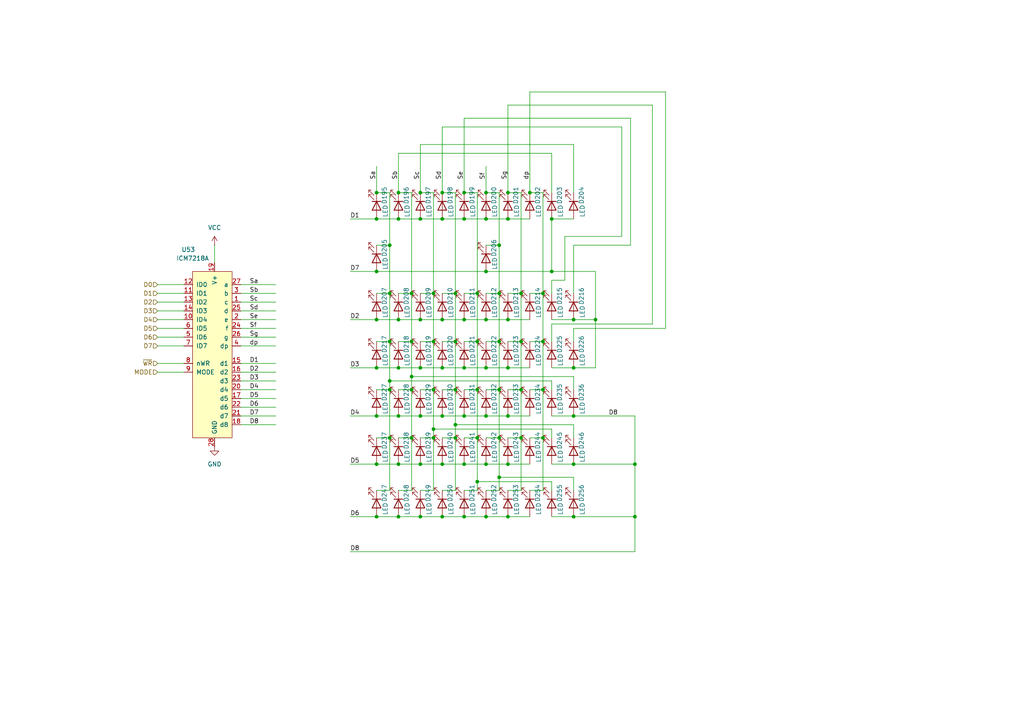
<source format=kicad_sch>
(kicad_sch (version 20250114) (generator "eeschema") (generator_version "9.0")
  (paper "A4")
  (lib_symbols
    (symbol "Device:LED" (pin_numbers (hide yes)) (pin_names (offset 1.016) (hide yes))
      (property "Reference" "D" (at 0 2.54 0))
      (property "Value" "LED" (at 0 -2.54 0))
      (symbol "LED_0_1"
        (polyline (pts (xy -3.048 -0.762) (xy -4.572 -2.286) (xy -3.81 -2.286) (xy -4.572 -2.286) (xy -4.572 -1.524)))
        (polyline (pts (xy -1.778 -0.762) (xy -3.302 -2.286) (xy -2.54 -2.286) (xy -3.302 -2.286) (xy -3.302 -1.524)))
        (polyline (pts (xy -1.27 0) (xy 1.27 0)))
        (polyline (pts (xy -1.27 -1.27) (xy -1.27 1.27)) (stroke (width 0.254)))
        (polyline (pts (xy 1.27 -1.27) (xy 1.27 1.27) (xy -1.27 0) (xy 1.27 -1.27)) (stroke (width 0.254)))
      )
      (symbol "LED_1_1"
        (pin passive line (at -3.81 0 0) (length 2.54) (name "K") (number "1"))
        (pin passive line (at 3.81 0 180) (length 2.54) (name "A") (number "2"))
      )
    )
    (symbol "ICM7218A:ICM7218A" (pin_names (offset 1.016))
      (property "Reference" "U" (at 5.08 2.54 0))
      (property "Value" "ICM7218A" (at 8.89 5.08 0))
      (symbol "ICM7218A_0_1"
        (rectangle (start -6.35 0) (end 5.08 -48.26) (fill (type background)))
      )
      (symbol "ICM7218A_1_1"
        (pin input line (at -8.89 -3.81 0) (length 2.54) (name "ID0") (number "12"))
        (pin input line (at -8.89 -6.35 0) (length 2.54) (name "ID1") (number "11"))
        (pin input line (at -8.89 -8.89 0) (length 2.54) (name "ID2") (number "13"))
        (pin input line (at -8.89 -11.43 0) (length 2.54) (name "ID3") (number "14"))
        (pin input line (at -8.89 -13.97 0) (length 2.54) (name "ID4") (number "10"))
        (pin input line (at -8.89 -16.51 0) (length 2.54) (name "ID5") (number "6"))
        (pin input line (at -8.89 -19.05 0) (length 2.54) (name "ID6") (number "5"))
        (pin input line (at -8.89 -21.59 0) (length 2.54) (name "ID7") (number "7"))
        (pin input line (at -8.89 -26.67 0) (length 2.54) (name "nWR") (number "8"))
        (pin input line (at -8.89 -29.21 0) (length 2.54) (name "MODE") (number "9"))
        (pin input line (at 0 2.54 270) (length 2.54) (name "V+") (number "19"))
        (pin input line (at 0 -50.8 90) (length 2.54) (name "GND") (number "28"))
        (pin input line (at 7.62 -3.81 180) (length 2.54) (name "a") (number "27"))
        (pin input line (at 7.62 -6.35 180) (length 2.54) (name "b") (number "3"))
        (pin input line (at 7.62 -8.89 180) (length 2.54) (name "c") (number "1"))
        (pin input line (at 7.62 -11.43 180) (length 2.54) (name "d") (number "25"))
        (pin input line (at 7.62 -13.97 180) (length 2.54) (name "e") (number "2"))
        (pin input line (at 7.62 -16.51 180) (length 2.54) (name "f") (number "24"))
        (pin input line (at 7.62 -19.05 180) (length 2.54) (name "g") (number "26"))
        (pin input line (at 7.62 -21.59 180) (length 2.54) (name "dp") (number "4"))
        (pin input line (at 7.62 -26.67 180) (length 2.54) (name "d1") (number "15"))
        (pin input line (at 7.62 -29.21 180) (length 2.54) (name "d2") (number "16"))
        (pin input line (at 7.62 -31.75 180) (length 2.54) (name "d3") (number "23"))
        (pin input line (at 7.62 -34.29 180) (length 2.54) (name "d4") (number "20"))
        (pin input line (at 7.62 -36.83 180) (length 2.54) (name "d5") (number "17"))
        (pin input line (at 7.62 -39.37 180) (length 2.54) (name "d6") (number "22"))
        (pin input line (at 7.62 -41.91 180) (length 2.54) (name "d7") (number "21"))
        (pin input line (at 7.62 -44.45 180) (length 2.54) (name "d8") (number "18"))
      )
    )
    (symbol "power:GND" (power) (pin_numbers (hide yes)) (pin_names (offset 0) (hide yes))
      (property "Value" "GND" (at 0 -3.81 0))
      (symbol "GND_0_1"
        (polyline (pts (xy 0 0) (xy 0 -1.27) (xy 1.27 -1.27) (xy 0 -2.54) (xy -1.27 -1.27) (xy 0 -1.27)))
      )
      (symbol "GND_1_1"
        (pin power_in line (at 0 0 270) (length 0) (name "~") (number "1"))
      )
    )
    (symbol "power:VCC" (power) (pin_numbers (hide yes)) (pin_names (offset 0) (hide yes))
      (property "Value" "VCC" (at 0 3.556 0))
      (symbol "VCC_0_1"
        (polyline (pts (xy -0.762 1.27) (xy 0 2.54)))
        (polyline (pts (xy 0 2.54) (xy 0.762 1.27)))
        (polyline (pts (xy 0 0) (xy 0 2.54)))
      )
      (symbol "VCC_1_1"
        (pin power_in line (at 0 0 90) (length 0) (name "~") (number "1"))
      )
    )
  )
  (junction (at 109.22 92.71))
  (junction (at 132.08 99.06))
  (junction (at 144.78 127))
  (junction (at 115.57 149.86))
  (junction (at 125.73 113.03))
  (junction (at 115.57 92.71))
  (junction (at 115.57 55.88))
  (junction (at 121.92 134.62))
  (junction (at 119.38 109.22))
  (junction (at 113.03 85.09))
  (junction (at 109.22 63.5))
  (junction (at 109.22 55.88))
  (junction (at 132.08 123.19))
  (junction (at 144.78 138.43))
  (junction (at 115.57 134.62))
  (junction (at 121.92 63.5))
  (junction (at 115.57 106.68))
  (junction (at 128.27 55.88))
  (junction (at 151.13 113.03))
  (junction (at 140.97 149.86))
  (junction (at 147.32 55.88))
  (junction (at 160.02 63.5))
  (junction (at 134.62 92.71))
  (junction (at 113.03 110.49))
  (junction (at 160.02 78.74))
  (junction (at 109.22 134.62))
  (junction (at 113.03 127))
  (junction (at 109.22 106.68))
  (junction (at 121.92 120.65))
  (junction (at 140.97 120.65))
  (junction (at 119.38 113.03))
  (junction (at 144.78 113.03))
  (junction (at 184.15 149.86))
  (junction (at 134.62 134.62))
  (junction (at 134.62 55.88))
  (junction (at 184.15 134.62))
  (junction (at 125.73 124.46))
  (junction (at 151.13 99.06))
  (junction (at 166.37 120.65))
  (junction (at 134.62 120.65))
  (junction (at 166.37 134.62))
  (junction (at 157.48 113.03))
  (junction (at 138.43 139.7))
  (junction (at 115.57 120.65))
  (junction (at 157.48 99.06))
  (junction (at 147.32 120.65))
  (junction (at 140.97 134.62))
  (junction (at 132.08 85.09))
  (junction (at 138.43 127))
  (junction (at 144.78 85.09))
  (junction (at 166.37 106.68))
  (junction (at 109.22 149.86))
  (junction (at 125.73 85.09))
  (junction (at 147.32 63.5))
  (junction (at 138.43 99.06))
  (junction (at 109.22 78.74))
  (junction (at 132.08 113.03))
  (junction (at 138.43 85.09))
  (junction (at 147.32 149.86))
  (junction (at 113.03 113.03))
  (junction (at 140.97 92.71))
  (junction (at 134.62 106.68))
  (junction (at 157.48 85.09))
  (junction (at 121.92 149.86))
  (junction (at 132.08 127))
  (junction (at 140.97 55.88))
  (junction (at 147.32 134.62))
  (junction (at 138.43 113.03))
  (junction (at 140.97 106.68))
  (junction (at 166.37 149.86))
  (junction (at 151.13 85.09))
  (junction (at 134.62 149.86))
  (junction (at 128.27 106.68))
  (junction (at 128.27 149.86))
  (junction (at 172.72 92.71))
  (junction (at 128.27 63.5))
  (junction (at 125.73 127))
  (junction (at 166.37 92.71))
  (junction (at 151.13 127))
  (junction (at 121.92 106.68))
  (junction (at 121.92 92.71))
  (junction (at 144.78 99.06))
  (junction (at 134.62 63.5))
  (junction (at 115.57 63.5))
  (junction (at 119.38 99.06))
  (junction (at 113.03 99.06))
  (junction (at 109.22 120.65))
  (junction (at 119.38 127))
  (junction (at 144.78 71.12))
  (junction (at 157.48 127))
  (junction (at 125.73 99.06))
  (junction (at 147.32 106.68))
  (junction (at 128.27 120.65))
  (junction (at 119.38 85.09))
  (junction (at 140.97 63.5))
  (junction (at 128.27 134.62))
  (junction (at 153.67 55.88))
  (junction (at 121.92 55.88))
  (junction (at 140.97 78.74))
  (junction (at 147.32 92.71))
  (junction (at 113.03 71.12))
  (junction (at 128.27 92.71))
  (wire (pts (xy 153.67 26.67) (xy 153.67 55.88)))
  (wire (pts (xy 151.13 127) (xy 151.13 142.24)))
  (wire (pts (xy 138.43 142.24) (xy 134.62 142.24)))
  (wire (pts (xy 113.03 142.24) (xy 109.22 142.24)))
  (wire (pts (xy 140.97 106.68) (xy 147.32 106.68)))
  (wire (pts (xy 157.48 85.09) (xy 157.48 99.06)))
  (wire (pts (xy 160.02 120.65) (xy 166.37 120.65)))
  (wire (pts (xy 125.73 127) (xy 121.92 127)))
  (wire (pts (xy 134.62 149.86) (xy 140.97 149.86)))
  (wire (pts (xy 157.48 127) (xy 153.67 127)))
  (wire (pts (xy 128.27 106.68) (xy 134.62 106.68)))
  (wire (pts (xy 138.43 99.06) (xy 138.43 113.03)))
  (wire (pts (xy 113.03 99.06) (xy 109.22 99.06)))
  (wire (pts (xy 160.02 142.24) (xy 160.02 139.7)))
  (wire (pts (xy 132.08 85.09) (xy 128.27 85.09)))
  (wire (pts (xy 138.43 113.03) (xy 138.43 127)))
  (wire (pts (xy 132.08 55.88) (xy 132.08 85.09)))
  (wire (pts (xy 144.78 113.03) (xy 144.78 127)))
  (wire (pts (xy 193.04 95.25) (xy 193.04 26.67)))
  (wire (pts (xy 144.78 71.12) (xy 140.97 71.12)))
  (wire (pts (xy 113.03 113.03) (xy 113.03 127)))
  (wire (pts (xy 125.73 85.09) (xy 121.92 85.09)))
  (wire (pts (xy 166.37 95.25) (xy 193.04 95.25)))
  (wire (pts (xy 69.85 110.49) (xy 80.01 110.49)))
  (wire (pts (xy 121.92 55.88) (xy 125.73 55.88)))
  (wire (pts (xy 144.78 127) (xy 144.78 138.43)))
  (wire (pts (xy 125.73 113.03) (xy 121.92 113.03)))
  (wire (pts (xy 160.02 149.86) (xy 166.37 149.86)))
  (wire (pts (xy 101.6 92.71) (xy 109.22 92.71)))
  (wire (pts (xy 101.6 160.02) (xy 184.15 160.02)))
  (wire (pts (xy 151.13 85.09) (xy 147.32 85.09)))
  (wire (pts (xy 132.08 123.19) (xy 166.37 123.19)))
  (wire (pts (xy 160.02 78.74) (xy 140.97 78.74)))
  (wire (pts (xy 151.13 55.88) (xy 151.13 85.09)))
  (wire (pts (xy 113.03 85.09) (xy 109.22 85.09)))
  (wire (pts (xy 140.97 134.62) (xy 147.32 134.62)))
  (wire (pts (xy 121.92 149.86) (xy 128.27 149.86)))
  (wire (pts (xy 45.72 85.09) (xy 53.34 85.09)))
  (wire (pts (xy 151.13 113.03) (xy 147.32 113.03)))
  (wire (pts (xy 166.37 113.03) (xy 166.37 109.22)))
  (wire (pts (xy 160.02 110.49) (xy 113.03 110.49)))
  (wire (pts (xy 166.37 106.68) (xy 172.72 106.68)))
  (wire (pts (xy 147.32 106.68) (xy 153.67 106.68)))
  (wire (pts (xy 113.03 127) (xy 113.03 142.24)))
  (wire (pts (xy 121.92 63.5) (xy 128.27 63.5)))
  (wire (pts (xy 132.08 113.03) (xy 132.08 123.19)))
  (wire (pts (xy 69.85 107.95) (xy 80.01 107.95)))
  (wire (pts (xy 119.38 109.22) (xy 119.38 113.03)))
  (wire (pts (xy 119.38 113.03) (xy 115.57 113.03)))
  (wire (pts (xy 101.6 63.5) (xy 109.22 63.5)))
  (wire (pts (xy 163.83 81.28) (xy 163.83 68.58)))
  (wire (pts (xy 172.72 92.71) (xy 172.72 78.74)))
  (wire (pts (xy 69.85 82.55) (xy 80.01 82.55)))
  (wire (pts (xy 160.02 93.98) (xy 189.23 93.98)))
  (wire (pts (xy 144.78 127) (xy 140.97 127)))
  (wire (pts (xy 45.72 82.55) (xy 53.34 82.55)))
  (wire (pts (xy 69.85 105.41) (xy 80.01 105.41)))
  (wire (pts (xy 109.22 120.65) (xy 115.57 120.65)))
  (wire (pts (xy 115.57 55.88) (xy 119.38 55.88)))
  (wire (pts (xy 125.73 55.88) (xy 125.73 85.09)))
  (wire (pts (xy 140.97 63.5) (xy 147.32 63.5)))
  (wire (pts (xy 101.6 120.65) (xy 109.22 120.65)))
  (wire (pts (xy 134.62 134.62) (xy 140.97 134.62)))
  (wire (pts (xy 101.6 149.86) (xy 109.22 149.86)))
  (wire (pts (xy 144.78 55.88) (xy 144.78 71.12)))
  (wire (pts (xy 128.27 55.88) (xy 132.08 55.88)))
  (wire (pts (xy 69.85 100.33) (xy 80.01 100.33)))
  (wire (pts (xy 147.32 55.88) (xy 151.13 55.88)))
  (wire (pts (xy 140.97 92.71) (xy 147.32 92.71)))
  (wire (pts (xy 180.34 68.58) (xy 180.34 36.83)))
  (wire (pts (xy 160.02 44.45) (xy 115.57 44.45)))
  (wire (pts (xy 113.03 55.88) (xy 113.03 71.12)))
  (wire (pts (xy 147.32 30.48) (xy 147.32 55.88)))
  (wire (pts (xy 166.37 55.88) (xy 166.37 41.91)))
  (wire (pts (xy 182.88 71.12) (xy 182.88 34.29)))
  (wire (pts (xy 128.27 92.71) (xy 134.62 92.71)))
  (wire (pts (xy 132.08 127) (xy 132.08 142.24)))
  (wire (pts (xy 160.02 134.62) (xy 166.37 134.62)))
  (wire (pts (xy 128.27 149.86) (xy 134.62 149.86)))
  (wire (pts (xy 144.78 85.09) (xy 140.97 85.09)))
  (wire (pts (xy 113.03 127) (xy 109.22 127)))
  (wire (pts (xy 160.02 63.5) (xy 166.37 63.5)))
  (wire (pts (xy 45.72 90.17) (xy 53.34 90.17)))
  (wire (pts (xy 128.27 63.5) (xy 134.62 63.5)))
  (wire (pts (xy 132.08 99.06) (xy 128.27 99.06)))
  (wire (pts (xy 138.43 85.09) (xy 138.43 99.06)))
  (wire (pts (xy 132.08 127) (xy 128.27 127)))
  (wire (pts (xy 119.38 113.03) (xy 119.38 127)))
  (wire (pts (xy 160.02 106.68) (xy 166.37 106.68)))
  (wire (pts (xy 163.83 68.58) (xy 180.34 68.58)))
  (wire (pts (xy 113.03 71.12) (xy 113.03 85.09)))
  (wire (pts (xy 45.72 95.25) (xy 53.34 95.25)))
  (wire (pts (xy 45.72 97.79) (xy 53.34 97.79)))
  (wire (pts (xy 134.62 92.71) (xy 140.97 92.71)))
  (wire (pts (xy 166.37 99.06) (xy 166.37 95.25)))
  (wire (pts (xy 140.97 48.26) (xy 140.97 55.88)))
  (wire (pts (xy 144.78 85.09) (xy 144.78 99.06)))
  (wire (pts (xy 144.78 138.43) (xy 144.78 142.24)))
  (wire (pts (xy 121.92 120.65) (xy 128.27 120.65)))
  (wire (pts (xy 125.73 142.24) (xy 121.92 142.24)))
  (wire (pts (xy 151.13 99.06) (xy 151.13 113.03)))
  (wire (pts (xy 166.37 127) (xy 166.37 123.19)))
  (wire (pts (xy 132.08 142.24) (xy 128.27 142.24)))
  (wire (pts (xy 166.37 149.86) (xy 184.15 149.86)))
  (wire (pts (xy 151.13 127) (xy 147.32 127)))
  (wire (pts (xy 160.02 113.03) (xy 160.02 110.49)))
  (wire (pts (xy 128.27 36.83) (xy 128.27 55.88)))
  (wire (pts (xy 45.72 87.63) (xy 53.34 87.63)))
  (wire (pts (xy 109.22 106.68) (xy 115.57 106.68)))
  (wire (pts (xy 62.23 71.12) (xy 62.23 76.2)))
  (wire (pts (xy 121.92 134.62) (xy 128.27 134.62)))
  (wire (pts (xy 180.34 36.83) (xy 128.27 36.83)))
  (wire (pts (xy 147.32 92.71) (xy 153.67 92.71)))
  (wire (pts (xy 160.02 124.46) (xy 125.73 124.46)))
  (wire (pts (xy 153.67 55.88) (xy 157.48 55.88)))
  (wire (pts (xy 119.38 127) (xy 115.57 127)))
  (wire (pts (xy 160.02 55.88) (xy 160.02 44.45)))
  (wire (pts (xy 101.6 134.62) (xy 109.22 134.62)))
  (wire (pts (xy 144.78 142.24) (xy 140.97 142.24)))
  (wire (pts (xy 193.04 26.67) (xy 153.67 26.67)))
  (wire (pts (xy 157.48 113.03) (xy 157.48 127)))
  (wire (pts (xy 45.72 92.71) (xy 53.34 92.71)))
  (wire (pts (xy 115.57 92.71) (xy 121.92 92.71)))
  (wire (pts (xy 69.85 113.03) (xy 80.01 113.03)))
  (wire (pts (xy 125.73 85.09) (xy 125.73 99.06)))
  (wire (pts (xy 166.37 142.24) (xy 166.37 138.43)))
  (wire (pts (xy 113.03 85.09) (xy 113.03 99.06)))
  (wire (pts (xy 119.38 99.06) (xy 119.38 109.22)))
  (wire (pts (xy 119.38 127) (xy 119.38 142.24)))
  (wire (pts (xy 140.97 120.65) (xy 147.32 120.65)))
  (wire (pts (xy 138.43 139.7) (xy 160.02 139.7)))
  (wire (pts (xy 119.38 85.09) (xy 119.38 99.06)))
  (wire (pts (xy 160.02 85.09) (xy 160.02 81.28)))
  (wire (pts (xy 101.6 106.68) (xy 109.22 106.68)))
  (wire (pts (xy 125.73 99.06) (xy 125.73 113.03)))
  (wire (pts (xy 166.37 92.71) (xy 172.72 92.71)))
  (wire (pts (xy 109.22 48.26) (xy 109.22 55.88)))
  (wire (pts (xy 119.38 55.88) (xy 119.38 85.09)))
  (wire (pts (xy 138.43 85.09) (xy 134.62 85.09)))
  (wire (pts (xy 109.22 92.71) (xy 115.57 92.71)))
  (wire (pts (xy 166.37 138.43) (xy 144.78 138.43)))
  (wire (pts (xy 157.48 55.88) (xy 157.48 85.09)))
  (wire (pts (xy 184.15 120.65) (xy 184.15 134.62)))
  (wire (pts (xy 157.48 99.06) (xy 157.48 113.03)))
  (wire (pts (xy 151.13 85.09) (xy 151.13 99.06)))
  (wire (pts (xy 125.73 113.03) (xy 125.73 124.46)))
  (wire (pts (xy 113.03 113.03) (xy 109.22 113.03)))
  (wire (pts (xy 184.15 149.86) (xy 184.15 134.62)))
  (wire (pts (xy 69.85 97.79) (xy 80.01 97.79)))
  (wire (pts (xy 144.78 71.12) (xy 144.78 85.09)))
  (wire (pts (xy 138.43 139.7) (xy 138.43 142.24)))
  (wire (pts (xy 138.43 113.03) (xy 134.62 113.03)))
  (wire (pts (xy 157.48 113.03) (xy 153.67 113.03)))
  (wire (pts (xy 113.03 71.12) (xy 109.22 71.12)))
  (wire (pts (xy 69.85 87.63) (xy 80.01 87.63)))
  (wire (pts (xy 140.97 149.86) (xy 147.32 149.86)))
  (wire (pts (xy 166.37 109.22) (xy 119.38 109.22)))
  (wire (pts (xy 115.57 134.62) (xy 121.92 134.62)))
  (wire (pts (xy 147.32 63.5) (xy 153.67 63.5)))
  (wire (pts (xy 109.22 63.5) (xy 115.57 63.5)))
  (wire (pts (xy 138.43 55.88) (xy 138.43 85.09)))
  (wire (pts (xy 189.23 93.98) (xy 189.23 30.48)))
  (wire (pts (xy 45.72 107.95) (xy 53.34 107.95)))
  (wire (pts (xy 115.57 120.65) (xy 121.92 120.65)))
  (wire (pts (xy 138.43 99.06) (xy 134.62 99.06)))
  (wire (pts (xy 128.27 120.65) (xy 134.62 120.65)))
  (wire (pts (xy 134.62 55.88) (xy 138.43 55.88)))
  (wire (pts (xy 144.78 113.03) (xy 140.97 113.03)))
  (wire (pts (xy 147.32 120.65) (xy 153.67 120.65)))
  (wire (pts (xy 109.22 78.74) (xy 140.97 78.74)))
  (wire (pts (xy 109.22 149.86) (xy 115.57 149.86)))
  (wire (pts (xy 138.43 127) (xy 138.43 139.7)))
  (wire (pts (xy 147.32 149.86) (xy 153.67 149.86)))
  (wire (pts (xy 113.03 110.49) (xy 113.03 113.03)))
  (wire (pts (xy 182.88 34.29) (xy 134.62 34.29)))
  (wire (pts (xy 69.85 90.17) (xy 80.01 90.17)))
  (wire (pts (xy 134.62 106.68) (xy 140.97 106.68)))
  (wire (pts (xy 69.85 92.71) (xy 80.01 92.71)))
  (wire (pts (xy 113.03 99.06) (xy 113.03 110.49)))
  (wire (pts (xy 160.02 63.5) (xy 160.02 78.74)))
  (wire (pts (xy 151.13 113.03) (xy 151.13 127)))
  (wire (pts (xy 69.85 118.11) (xy 80.01 118.11)))
  (wire (pts (xy 160.02 92.71) (xy 166.37 92.71)))
  (wire (pts (xy 134.62 120.65) (xy 140.97 120.65)))
  (wire (pts (xy 144.78 99.06) (xy 144.78 113.03)))
  (wire (pts (xy 121.92 41.91) (xy 121.92 55.88)))
  (wire (pts (xy 115.57 106.68) (xy 121.92 106.68)))
  (wire (pts (xy 115.57 149.86) (xy 121.92 149.86)))
  (wire (pts (xy 132.08 85.09) (xy 132.08 99.06)))
  (wire (pts (xy 160.02 99.06) (xy 160.02 93.98)))
  (wire (pts (xy 160.02 127) (xy 160.02 124.46)))
  (wire (pts (xy 166.37 85.09) (xy 166.37 71.12)))
  (wire (pts (xy 121.92 92.71) (xy 128.27 92.71)))
  (wire (pts (xy 121.92 106.68) (xy 128.27 106.68)))
  (wire (pts (xy 69.85 95.25) (xy 80.01 95.25)))
  (wire (pts (xy 184.15 134.62) (xy 166.37 134.62)))
  (wire (pts (xy 172.72 78.74) (xy 160.02 78.74)))
  (wire (pts (xy 134.62 34.29) (xy 134.62 55.88)))
  (wire (pts (xy 160.02 81.28) (xy 163.83 81.28)))
  (wire (pts (xy 132.08 113.03) (xy 128.27 113.03)))
  (wire (pts (xy 151.13 142.24) (xy 147.32 142.24)))
  (wire (pts (xy 157.48 142.24) (xy 153.67 142.24)))
  (wire (pts (xy 69.85 85.09) (xy 80.01 85.09)))
  (wire (pts (xy 115.57 44.45) (xy 115.57 55.88)))
  (wire (pts (xy 132.08 99.06) (xy 132.08 113.03)))
  (wire (pts (xy 189.23 30.48) (xy 147.32 30.48)))
  (wire (pts (xy 69.85 115.57) (xy 80.01 115.57)))
  (wire (pts (xy 119.38 142.24) (xy 115.57 142.24)))
  (wire (pts (xy 144.78 99.06) (xy 140.97 99.06)))
  (wire (pts (xy 166.37 120.65) (xy 184.15 120.65)))
  (wire (pts (xy 140.97 55.88) (xy 144.78 55.88)))
  (wire (pts (xy 101.6 78.74) (xy 109.22 78.74)))
  (wire (pts (xy 109.22 134.62) (xy 115.57 134.62)))
  (wire (pts (xy 138.43 127) (xy 134.62 127)))
  (wire (pts (xy 119.38 85.09) (xy 115.57 85.09)))
  (wire (pts (xy 69.85 123.19) (xy 80.01 123.19)))
  (wire (pts (xy 184.15 149.86) (xy 184.15 160.02)))
  (wire (pts (xy 128.27 134.62) (xy 134.62 134.62)))
  (wire (pts (xy 132.08 123.19) (xy 132.08 127)))
  (wire (pts (xy 166.37 71.12) (xy 182.88 71.12)))
  (wire (pts (xy 172.72 92.71) (xy 172.72 106.68)))
  (wire (pts (xy 45.72 105.41) (xy 53.34 105.41)))
  (wire (pts (xy 45.72 100.33) (xy 53.34 100.33)))
  (wire (pts (xy 125.73 127) (xy 125.73 142.24)))
  (wire (pts (xy 157.48 99.06) (xy 153.67 99.06)))
  (wire (pts (xy 157.48 127) (xy 157.48 142.24)))
  (wire (pts (xy 125.73 124.46) (xy 125.73 127)))
  (wire (pts (xy 119.38 99.06) (xy 115.57 99.06)))
  (wire (pts (xy 125.73 99.06) (xy 121.92 99.06)))
  (wire (pts (xy 147.32 134.62) (xy 153.67 134.62)))
  (wire (pts (xy 151.13 99.06) (xy 147.32 99.06)))
  (wire (pts (xy 166.37 41.91) (xy 121.92 41.91)))
  (wire (pts (xy 134.62 63.5) (xy 140.97 63.5)))
  (wire (pts (xy 157.48 85.09) (xy 153.67 85.09)))
  (wire (pts (xy 69.85 120.65) (xy 80.01 120.65)))
  (wire (pts (xy 109.22 55.88) (xy 113.03 55.88)))
  (wire (pts (xy 115.57 63.5) (xy 121.92 63.5)))
  (label "dp" (at 72.39 100.33 0))
  (label "Sg" (at 147.32 52.07 90))
  (label "D6" (at 72.39 118.11 0))
  (label "D5" (at 72.39 115.57 0))
  (label "D4" (at 101.6 120.65 0))
  (label "D1" (at 72.39 105.41 0))
  (label "Sc" (at 121.92 52.07 90))
  (label "D2" (at 72.39 107.95 0))
  (label "Sf" (at 140.97 52.07 90))
  (label "D4" (at 72.39 113.03 0))
  (label "Sa" (at 109.22 52.07 90))
  (label "Sa" (at 72.39 82.55 0))
  (label "D8" (at 176.53 120.65 0))
  (label "Sd" (at 128.27 52.07 90))
  (label "D6" (at 101.6 149.86 0))
  (label "D3" (at 72.39 110.49 0))
  (label "Sf" (at 72.39 95.25 0))
  (label "D8" (at 72.39 123.19 0))
  (label "Sc" (at 72.39 87.63 0))
  (label "Se" (at 134.62 52.07 90))
  (label "D7" (at 72.39 120.65 0))
  (label "Sg" (at 72.39 97.79 0))
  (label "dp" (at 153.67 52.07 90))
  (label "D1" (at 101.6 63.5 0))
  (label "Sb" (at 72.39 85.09 0))
  (label "D5" (at 101.6 134.62 0))
  (label "D3" (at 101.6 106.68 0))
  (label "Sb" (at 115.57 52.07 90))
  (label "Se" (at 72.39 92.71 0))
  (label "D2" (at 101.6 92.71 0))
  (label "D7" (at 101.6 78.74 0))
  (label "D8" (at 101.6 160.02 0))
  (label "Sd" (at 72.39 90.17 0))
  (hierarchical_label "D4" (shape input) (at 45.72 92.71 180))
  (hierarchical_label "~{WR}" (shape input) (at 45.72 105.41 180))
  (hierarchical_label "MODE" (shape input) (at 45.72 107.95 180))
  (hierarchical_label "D2" (shape input) (at 45.72 87.63 180))
  (hierarchical_label "D7" (shape input) (at 45.72 100.33 180))
  (hierarchical_label "D1" (shape input) (at 45.72 85.09 180))
  (hierarchical_label "D0" (shape input) (at 45.72 82.55 180))
  (hierarchical_label "D3" (shape input) (at 45.72 90.17 180))
  (hierarchical_label "D6" (shape input) (at 45.72 97.79 180))
  (hierarchical_label "D5" (shape input) (at 45.72 95.25 180))
  (symbol (lib_id "ICM7218A:ICM7218A") (at 62.23 78.74 0) (unit 1)
    (property "Reference" "U1" (at 54.61 72.39 0))
    (property "Value" "ICM7218A" (at 55.88 74.93 0))
    (property "Footprint" "Package_LCC:PLCC-28" (effects (hide yes)))
    (property "Datasheet" "https://datasheets.maximintegrated.com/en/ds/ICM7218-ICM7228.pdf" (effects (hide yes)))
    (instances (project "Led_clock_sector" (path "" (reference "U53") (unit 1)) (path "" (reference "U51") (unit 1)) (path "" (reference "U52") (unit 1)) (path "" (reference "U1") (unit 1)) (path "" (reference "U55") (unit 1)) (path "" (reference "U54") (unit 1))))
  )
  (symbol (lib_id "Device:LED") (at 109.22 59.69 270) (unit 1)
    (property "Reference" "D" (at 111.506 54.102 0) (effects (justify left)))
    (property "Value" "LED" (at 111.76 59.3724 0) (effects (justify left)))
    (property "Description" "Light emitting diode" (effects (hide yes)))
    (property "Sim.Pins" "1=K 2=A" (effects (hide yes)))
    (instances (project "Led_clock_sector" (path "" (reference "D195") (unit 1)) (path "" (reference "D71") (unit 1)) (path "" (reference "D133") (unit 1)) (path "" (reference "D319") (unit 1)) (path "" (reference "D257") (unit 1))))
  )
  (symbol (lib_id "Device:LED") (at 115.57 59.69 270) (unit 1)
    (property "Reference" "D2" (at 117.856 54.102 0) (effects (justify left)))
    (property "Value" "LED" (at 118.11 59.3724 0) (effects (justify left)))
    (property "Description" "Light emitting diode" (effects (hide yes)))
    (property "Sim.Pins" "1=K 2=A" (effects (hide yes)))
    (instances (project "Led_clock_sector" (path "" (reference "D196") (unit 1)) (path "" (reference "D72") (unit 1)) (path "" (reference "D134") (unit 1)) (path "" (reference "D2") (unit 1)) (path "" (reference "D320") (unit 1)) (path "" (reference "D258") (unit 1))))
  )
  (symbol (lib_id "Device:LED") (at 109.22 116.84 270) (unit 1)
    (property "Reference" "D41" (at 111.506 111.252 0) (effects (justify left)))
    (property "Value" "LED" (at 111.76 116.5224 0) (effects (justify left)))
    (property "Description" "Light emitting diode" (effects (hide yes)))
    (property "Sim.Pins" "1=K 2=A" (effects (hide yes)))
    (instances (project "Led_clock_sector" (path "" (reference "D227") (unit 1)) (path "" (reference "D103") (unit 1)) (path "" (reference "D165") (unit 1)) (path "" (reference "D41") (unit 1)) (path "" (reference "D351") (unit 1)) (path "" (reference "D289") (unit 1))))
  )
  (symbol (lib_id "Device:LED") (at 109.22 102.87 270) (unit 1)
    (property "Reference" "D31" (at 111.506 97.282 0) (effects (justify left)))
    (property "Value" "LED" (at 111.76 102.5524 0) (effects (justify left)))
    (property "Description" "Light emitting diode" (effects (hide yes)))
    (property "Sim.Pins" "1=K 2=A" (effects (hide yes)))
    (instances (project "Led_clock_sector" (path "" (reference "D217") (unit 1)) (path "" (reference "D93") (unit 1)) (path "" (reference "D155") (unit 1)) (path "" (reference "D31") (unit 1)) (path "" (reference "D341") (unit 1)) (path "" (reference "D279") (unit 1))))
  )
  (symbol (lib_id "Device:LED") (at 166.37 130.81 270) (unit 1)
    (property "Reference" "D60" (at 168.656 125.222 0) (effects (justify left)))
    (property "Value" "LED" (at 168.91 130.4924 0) (effects (justify left)))
    (property "Description" "Light emitting diode" (effects (hide yes)))
    (property "Sim.Pins" "1=K 2=A" (effects (hide yes)))
    (instances (project "Led_clock_sector" (path "" (reference "D246") (unit 1)) (path "" (reference "D122") (unit 1)) (path "" (reference "D184") (unit 1)) (path "" (reference "D60") (unit 1)) (path "" (reference "D370") (unit 1)) (path "" (reference "D308") (unit 1))))
  )
  (symbol (lib_id "Device:LED") (at 115.57 130.81 270) (unit 1)
    (property "Reference" "D52" (at 117.856 125.222 0) (effects (justify left)))
    (property "Value" "LED" (at 118.11 130.4924 0) (effects (justify left)))
    (property "Description" "Light emitting diode" (effects (hide yes)))
    (property "Sim.Pins" "1=K 2=A" (effects (hide yes)))
    (instances (project "Led_clock_sector" (path "" (reference "D238") (unit 1)) (path "" (reference "D114") (unit 1)) (path "" (reference "D176") (unit 1)) (path "" (reference "D52") (unit 1)) (path "" (reference "D362") (unit 1)) (path "" (reference "D300") (unit 1))))
  )
  (symbol (lib_id "Device:LED") (at 121.92 102.87 270) (unit 1)
    (property "Reference" "D33" (at 124.206 97.282 0) (effects (justify left)))
    (property "Value" "LED" (at 124.46 102.5524 0) (effects (justify left)))
    (property "Description" "Light emitting diode" (effects (hide yes)))
    (property "Sim.Pins" "1=K 2=A" (effects (hide yes)))
    (instances (project "Led_clock_sector" (path "" (reference "D219") (unit 1)) (path "" (reference "D95") (unit 1)) (path "" (reference "D157") (unit 1)) (path "" (reference "D33") (unit 1)) (path "" (reference "D343") (unit 1)) (path "" (reference "D281") (unit 1))))
  )
  (symbol (lib_id "Device:LED") (at 134.62 59.69 270) (unit 1)
    (property "Reference" "D5" (at 136.906 54.102 0) (effects (justify left)))
    (property "Value" "LED" (at 137.16 59.3724 0) (effects (justify left)))
    (property "Description" "Light emitting diode" (effects (hide yes)))
    (property "Sim.Pins" "1=K 2=A" (effects (hide yes)))
    (instances (project "Led_clock_sector" (path "" (reference "D199") (unit 1)) (path "" (reference "D75") (unit 1)) (path "" (reference "D137") (unit 1)) (path "" (reference "D5") (unit 1)) (path "" (reference "D323") (unit 1)) (path "" (reference "D261") (unit 1))))
  )
  (symbol (lib_id "Device:LED") (at 140.97 130.81 270) (unit 1)
    (property "Reference" "D56" (at 143.256 125.222 0) (effects (justify left)))
    (property "Value" "LED" (at 143.51 130.4924 0) (effects (justify left)))
    (property "Description" "Light emitting diode" (effects (hide yes)))
    (property "Sim.Pins" "1=K 2=A" (effects (hide yes)))
    (instances (project "Led_clock_sector" (path "" (reference "D242") (unit 1)) (path "" (reference "D118") (unit 1)) (path "" (reference "D180") (unit 1)) (path "" (reference "D56") (unit 1)) (path "" (reference "D366") (unit 1)) (path "" (reference "D304") (unit 1))))
  )
  (symbol (lib_id "Device:LED") (at 121.92 116.84 270) (unit 1)
    (property "Reference" "D43" (at 124.206 111.252 0) (effects (justify left)))
    (property "Value" "LED" (at 124.46 116.5224 0) (effects (justify left)))
    (property "Description" "Light emitting diode" (effects (hide yes)))
    (property "Sim.Pins" "1=K 2=A" (effects (hide yes)))
    (instances (project "Led_clock_sector" (path "" (reference "D229") (unit 1)) (path "" (reference "D105") (unit 1)) (path "" (reference "D167") (unit 1)) (path "" (reference "D43") (unit 1)) (path "" (reference "D353") (unit 1)) (path "" (reference "D291") (unit 1))))
  )
  (symbol (lib_id "power:VCC") (at 62.23 71.12 0) (unit 1)
    (property "Reference" "#PWR" (effects (hide yes)))
    (property "Value" "VCC" (at 62.23 66.04 0))
    (property "Description" "Power symbol creates a global label with name \"VCC\"" (effects (hide yes)))
    (instances (project "Led_clock_sector" (path "" (reference "#PWR057") (unit 1)) (path "" (reference "#PWR053") (unit 1)) (path "" (reference "#PWR055") (unit 1)) (path "" (reference "#PWR061") (unit 1)) (path "" (reference "#PWR059") (unit 1))))
  )
  (symbol (lib_id "Device:LED") (at 160.02 88.9 270) (unit 1)
    (property "Reference" "D29" (at 162.306 83.312 0) (effects (justify left)))
    (property "Value" "LED" (at 162.56 88.5824 0) (effects (justify left)))
    (property "Description" "Light emitting diode" (effects (hide yes)))
    (property "Sim.Pins" "1=K 2=A" (effects (hide yes)))
    (instances (project "Led_clock_sector" (path "" (reference "D215") (unit 1)) (path "" (reference "D91") (unit 1)) (path "" (reference "D153") (unit 1)) (path "" (reference "D29") (unit 1)) (path "" (reference "D339") (unit 1)) (path "" (reference "D277") (unit 1))))
  )
  (symbol (lib_id "Device:LED") (at 140.97 116.84 270) (unit 1)
    (property "Reference" "D46" (at 143.256 111.252 0) (effects (justify left)))
    (property "Value" "LED" (at 143.51 116.5224 0) (effects (justify left)))
    (property "Description" "Light emitting diode" (effects (hide yes)))
    (property "Sim.Pins" "1=K 2=A" (effects (hide yes)))
    (instances (project "Led_clock_sector" (path "" (reference "D232") (unit 1)) (path "" (reference "D108") (unit 1)) (path "" (reference "D170") (unit 1)) (path "" (reference "D46") (unit 1)) (path "" (reference "D356") (unit 1)) (path "" (reference "D294") (unit 1))))
  )
  (symbol (lib_id "Device:LED") (at 147.32 102.87 270) (unit 1)
    (property "Reference" "D37" (at 149.606 97.282 0) (effects (justify left)))
    (property "Value" "LED" (at 149.86 102.5524 0) (effects (justify left)))
    (property "Description" "Light emitting diode" (effects (hide yes)))
    (property "Sim.Pins" "1=K 2=A" (effects (hide yes)))
    (instances (project "Led_clock_sector" (path "" (reference "D223") (unit 1)) (path "" (reference "D99") (unit 1)) (path "" (reference "D161") (unit 1)) (path "" (reference "D37") (unit 1)) (path "" (reference "D347") (unit 1)) (path "" (reference "D285") (unit 1))))
  )
  (symbol (lib_id "Device:LED") (at 160.02 146.05 270) (unit 1)
    (property "Reference" "D69" (at 162.306 140.462 0) (effects (justify left)))
    (property "Value" "LED" (at 162.56 145.7324 0) (effects (justify left)))
    (property "Description" "Light emitting diode" (effects (hide yes)))
    (property "Sim.Pins" "1=K 2=A" (effects (hide yes)))
    (instances (project "Led_clock_sector" (path "" (reference "D255") (unit 1)) (path "" (reference "D131") (unit 1)) (path "" (reference "D193") (unit 1)) (path "" (reference "D69") (unit 1)) (path "" (reference "D379") (unit 1)) (path "" (reference "D317") (unit 1))))
  )
  (symbol (lib_id "Device:LED") (at 128.27 102.87 270) (unit 1)
    (property "Reference" "D34" (at 130.556 97.282 0) (effects (justify left)))
    (property "Value" "LED" (at 130.81 102.5524 0) (effects (justify left)))
    (property "Description" "Light emitting diode" (effects (hide yes)))
    (property "Sim.Pins" "1=K 2=A" (effects (hide yes)))
    (instances (project "Led_clock_sector" (path "" (reference "D220") (unit 1)) (path "" (reference "D96") (unit 1)) (path "" (reference "D158") (unit 1)) (path "" (reference "D34") (unit 1)) (path "" (reference "D344") (unit 1)) (path "" (reference "D282") (unit 1))))
  )
  (symbol (lib_id "Device:LED") (at 134.62 130.81 270) (unit 1)
    (property "Reference" "D55" (at 136.906 125.222 0) (effects (justify left)))
    (property "Value" "LED" (at 137.16 130.4924 0) (effects (justify left)))
    (property "Description" "Light emitting diode" (effects (hide yes)))
    (property "Sim.Pins" "1=K 2=A" (effects (hide yes)))
    (instances (project "Led_clock_sector" (path "" (reference "D241") (unit 1)) (path "" (reference "D117") (unit 1)) (path "" (reference "D179") (unit 1)) (path "" (reference "D55") (unit 1)) (path "" (reference "D365") (unit 1)) (path "" (reference "D303") (unit 1))))
  )
  (symbol (lib_id "Device:LED") (at 147.32 130.81 270) (unit 1)
    (property "Reference" "D57" (at 149.606 125.222 0) (effects (justify left)))
    (property "Value" "LED" (at 149.86 130.4924 0) (effects (justify left)))
    (property "Description" "Light emitting diode" (effects (hide yes)))
    (property "Sim.Pins" "1=K 2=A" (effects (hide yes)))
    (instances (project "Led_clock_sector" (path "" (reference "D243") (unit 1)) (path "" (reference "D119") (unit 1)) (path "" (reference "D181") (unit 1)) (path "" (reference "D57") (unit 1)) (path "" (reference "D367") (unit 1)) (path "" (reference "D305") (unit 1))))
  )
  (symbol (lib_id "Device:LED") (at 134.62 116.84 270) (unit 1)
    (property "Reference" "D45" (at 136.906 111.252 0) (effects (justify left)))
    (property "Value" "LED" (at 137.16 116.5224 0) (effects (justify left)))
    (property "Description" "Light emitting diode" (effects (hide yes)))
    (property "Sim.Pins" "1=K 2=A" (effects (hide yes)))
    (instances (project "Led_clock_sector" (path "" (reference "D231") (unit 1)) (path "" (reference "D107") (unit 1)) (path "" (reference "D169") (unit 1)) (path "" (reference "D45") (unit 1)) (path "" (reference "D355") (unit 1)) (path "" (reference "D293") (unit 1))))
  )
  (symbol (lib_id "Device:LED") (at 153.67 88.9 270) (unit 1)
    (property "Reference" "D28" (at 155.956 83.312 0) (effects (justify left)))
    (property "Value" "LED" (at 156.21 88.5824 0) (effects (justify left)))
    (property "Description" "Light emitting diode" (effects (hide yes)))
    (property "Sim.Pins" "1=K 2=A" (effects (hide yes)))
    (instances (project "Led_clock_sector" (path "" (reference "D214") (unit 1)) (path "" (reference "D90") (unit 1)) (path "" (reference "D152") (unit 1)) (path "" (reference "D28") (unit 1)) (path "" (reference "D338") (unit 1)) (path "" (reference "D276") (unit 1))))
  )
  (symbol (lib_id "power:GND") (at 62.23 129.54 0) (unit 1)
    (property "Reference" "#PWR" (effects (hide yes)))
    (property "Value" "GND" (at 62.23 134.62 0))
    (property "Description" "Power symbol creates a global label with name \"GND\" , ground" (effects (hide yes)))
    (instances (project "Led_clock_sector" (path "" (reference "#PWR058") (unit 1)) (path "" (reference "#PWR054") (unit 1)) (path "" (reference "#PWR056") (unit 1)) (path "" (reference "#PWR062") (unit 1)) (path "" (reference "#PWR060") (unit 1))))
  )
  (symbol (lib_id "Device:LED") (at 160.02 130.81 270) (unit 1)
    (property "Reference" "D59" (at 162.306 125.222 0) (effects (justify left)))
    (property "Value" "LED" (at 162.56 130.4924 0) (effects (justify left)))
    (property "Description" "Light emitting diode" (effects (hide yes)))
    (property "Sim.Pins" "1=K 2=A" (effects (hide yes)))
    (instances (project "Led_clock_sector" (path "" (reference "D245") (unit 1)) (path "" (reference "D121") (unit 1)) (path "" (reference "D183") (unit 1)) (path "" (reference "D59") (unit 1)) (path "" (reference "D369") (unit 1)) (path "" (reference "D307") (unit 1))))
  )
  (symbol (lib_id "Device:LED") (at 166.37 59.69 270) (unit 1)
    (property "Reference" "D10" (at 168.656 54.102 0) (effects (justify left)))
    (property "Value" "LED" (at 168.91 59.3724 0) (effects (justify left)))
    (property "Description" "Light emitting diode" (effects (hide yes)))
    (property "Sim.Pins" "1=K 2=A" (effects (hide yes)))
    (instances (project "Led_clock_sector" (path "" (reference "D204") (unit 1)) (path "" (reference "D80") (unit 1)) (path "" (reference "D142") (unit 1)) (path "" (reference "D10") (unit 1)) (path "" (reference "D328") (unit 1)) (path "" (reference "D266") (unit 1))))
  )
  (symbol (lib_id "Device:LED") (at 134.62 88.9 270) (unit 1)
    (property "Reference" "D25" (at 136.906 83.312 0) (effects (justify left)))
    (property "Value" "LED" (at 137.16 88.5824 0) (effects (justify left)))
    (property "Description" "Light emitting diode" (effects (hide yes)))
    (property "Sim.Pins" "1=K 2=A" (effects (hide yes)))
    (instances (project "Led_clock_sector" (path "" (reference "D211") (unit 1)) (path "" (reference "D87") (unit 1)) (path "" (reference "D149") (unit 1)) (path "" (reference "D25") (unit 1)) (path "" (reference "D335") (unit 1)) (path "" (reference "D273") (unit 1))))
  )
  (symbol (lib_id "Device:LED") (at 153.67 59.69 270) (unit 1)
    (property "Reference" "D8" (at 155.956 54.102 0) (effects (justify left)))
    (property "Value" "LED" (at 156.21 59.3724 0) (effects (justify left)))
    (property "Description" "Light emitting diode" (effects (hide yes)))
    (property "Sim.Pins" "1=K 2=A" (effects (hide yes)))
    (instances (project "Led_clock_sector" (path "" (reference "D202") (unit 1)) (path "" (reference "D78") (unit 1)) (path "" (reference "D140") (unit 1)) (path "" (reference "D8") (unit 1)) (path "" (reference "D326") (unit 1)) (path "" (reference "D264") (unit 1))))
  )
  (symbol (lib_id "Device:LED") (at 153.67 102.87 270) (unit 1)
    (property "Reference" "D38" (at 155.956 97.282 0) (effects (justify left)))
    (property "Value" "LED" (at 156.21 102.5524 0) (effects (justify left)))
    (property "Description" "Light emitting diode" (effects (hide yes)))
    (property "Sim.Pins" "1=K 2=A" (effects (hide yes)))
    (instances (project "Led_clock_sector" (path "" (reference "D224") (unit 1)) (path "" (reference "D100") (unit 1)) (path "" (reference "D162") (unit 1)) (path "" (reference "D38") (unit 1)) (path "" (reference "D348") (unit 1)) (path "" (reference "D286") (unit 1))))
  )
  (symbol (lib_id "Device:LED") (at 147.32 146.05 270) (unit 1)
    (property "Reference" "D67" (at 149.606 140.462 0) (effects (justify left)))
    (property "Value" "LED" (at 149.86 145.7324 0) (effects (justify left)))
    (property "Description" "Light emitting diode" (effects (hide yes)))
    (property "Sim.Pins" "1=K 2=A" (effects (hide yes)))
    (instances (project "Led_clock_sector" (path "" (reference "D253") (unit 1)) (path "" (reference "D129") (unit 1)) (path "" (reference "D191") (unit 1)) (path "" (reference "D67") (unit 1)) (path "" (reference "D377") (unit 1)) (path "" (reference "D315") (unit 1))))
  )
  (symbol (lib_id "Device:LED") (at 160.02 59.69 270) (unit 1)
    (property "Reference" "D9" (at 162.306 54.102 0) (effects (justify left)))
    (property "Value" "LED" (at 162.56 59.3724 0) (effects (justify left)))
    (property "Description" "Light emitting diode" (effects (hide yes)))
    (property "Sim.Pins" "1=K 2=A" (effects (hide yes)))
    (instances (project "Led_clock_sector" (path "" (reference "D203") (unit 1)) (path "" (reference "D79") (unit 1)) (path "" (reference "D141") (unit 1)) (path "" (reference "D9") (unit 1)) (path "" (reference "D327") (unit 1)) (path "" (reference "D265") (unit 1))))
  )
  (symbol (lib_id "Device:LED") (at 153.67 146.05 270) (unit 1)
    (property "Reference" "D68" (at 155.956 140.462 0) (effects (justify left)))
    (property "Value" "LED" (at 156.21 145.7324 0) (effects (justify left)))
    (property "Description" "Light emitting diode" (effects (hide yes)))
    (property "Sim.Pins" "1=K 2=A" (effects (hide yes)))
    (instances (project "Led_clock_sector" (path "" (reference "D254") (unit 1)) (path "" (reference "D130") (unit 1)) (path "" (reference "D192") (unit 1)) (path "" (reference "D68") (unit 1)) (path "" (reference "D378") (unit 1)) (path "" (reference "D316") (unit 1))))
  )
  (symbol (lib_id "Device:LED") (at 160.02 116.84 270) (unit 1)
    (property "Reference" "D49" (at 162.306 111.252 0) (effects (justify left)))
    (property "Value" "LED" (at 162.56 116.5224 0) (effects (justify left)))
    (property "Description" "Light emitting diode" (effects (hide yes)))
    (property "Sim.Pins" "1=K 2=A" (effects (hide yes)))
    (instances (project "Led_clock_sector" (path "" (reference "D235") (unit 1)) (path "" (reference "D111") (unit 1)) (path "" (reference "D173") (unit 1)) (path "" (reference "D49") (unit 1)) (path "" (reference "D359") (unit 1)) (path "" (reference "D297") (unit 1))))
  )
  (symbol (lib_id "Device:LED") (at 128.27 88.9 270) (unit 1)
    (property "Reference" "D24" (at 130.556 83.312 0) (effects (justify left)))
    (property "Value" "LED" (at 130.81 88.5824 0) (effects (justify left)))
    (property "Description" "Light emitting diode" (effects (hide yes)))
    (property "Sim.Pins" "1=K 2=A" (effects (hide yes)))
    (instances (project "Led_clock_sector" (path "" (reference "D210") (unit 1)) (path "" (reference "D86") (unit 1)) (path "" (reference "D148") (unit 1)) (path "" (reference "D24") (unit 1)) (path "" (reference "D334") (unit 1)) (path "" (reference "D272") (unit 1))))
  )
  (symbol (lib_id "Device:LED") (at 115.57 88.9 270) (unit 1)
    (property "Reference" "D22" (at 117.856 83.312 0) (effects (justify left)))
    (property "Value" "LED" (at 118.11 88.5824 0) (effects (justify left)))
    (property "Description" "Light emitting diode" (effects (hide yes)))
    (property "Sim.Pins" "1=K 2=A" (effects (hide yes)))
    (instances (project "Led_clock_sector" (path "" (reference "D208") (unit 1)) (path "" (reference "D84") (unit 1)) (path "" (reference "D146") (unit 1)) (path "" (reference "D22") (unit 1)) (path "" (reference "D332") (unit 1)) (path "" (reference "D270") (unit 1))))
  )
  (symbol (lib_id "Device:LED") (at 140.97 74.93 270) (unit 1)
    (property "Reference" "D12" (at 143.256 69.342 0) (effects (justify left)))
    (property "Value" "LED" (at 143.51 74.6124 0) (effects (justify left)))
    (property "Description" "Light emitting diode" (effects (hide yes)))
    (property "Sim.Pins" "1=K 2=A" (effects (hide yes)))
    (instances (project "Led_clock_sector" (path "" (reference "D206") (unit 1)) (path "" (reference "D82") (unit 1)) (path "" (reference "D144") (unit 1)) (path "" (reference "D12") (unit 1)) (path "" (reference "D330") (unit 1)) (path "" (reference "D268") (unit 1))))
  )
  (symbol (lib_id "Device:LED") (at 140.97 146.05 270) (unit 1)
    (property "Reference" "D66" (at 143.256 140.462 0) (effects (justify left)))
    (property "Value" "LED" (at 143.51 145.7324 0) (effects (justify left)))
    (property "Description" "Light emitting diode" (effects (hide yes)))
    (property "Sim.Pins" "1=K 2=A" (effects (hide yes)))
    (instances (project "Led_clock_sector" (path "" (reference "D252") (unit 1)) (path "" (reference "D128") (unit 1)) (path "" (reference "D190") (unit 1)) (path "" (reference "D66") (unit 1)) (path "" (reference "D376") (unit 1)) (path "" (reference "D314") (unit 1))))
  )
  (symbol (lib_id "Device:LED") (at 140.97 59.69 270) (unit 1)
    (property "Reference" "D6" (at 143.256 54.102 0) (effects (justify left)))
    (property "Value" "LED" (at 143.51 59.3724 0) (effects (justify left)))
    (property "Description" "Light emitting diode" (effects (hide yes)))
    (property "Sim.Pins" "1=K 2=A" (effects (hide yes)))
    (instances (project "Led_clock_sector" (path "" (reference "D200") (unit 1)) (path "" (reference "D76") (unit 1)) (path "" (reference "D138") (unit 1)) (path "" (reference "D6") (unit 1)) (path "" (reference "D324") (unit 1)) (path "" (reference "D262") (unit 1))))
  )
  (symbol (lib_id "Device:LED") (at 153.67 116.84 270) (unit 1)
    (property "Reference" "D48" (at 155.956 111.252 0) (effects (justify left)))
    (property "Value" "LED" (at 156.21 116.5224 0) (effects (justify left)))
    (property "Description" "Light emitting diode" (effects (hide yes)))
    (property "Sim.Pins" "1=K 2=A" (effects (hide yes)))
    (instances (project "Led_clock_sector" (path "" (reference "D234") (unit 1)) (path "" (reference "D110") (unit 1)) (path "" (reference "D172") (unit 1)) (path "" (reference "D48") (unit 1)) (path "" (reference "D358") (unit 1)) (path "" (reference "D296") (unit 1))))
  )
  (symbol (lib_id "Device:LED") (at 166.37 146.05 270) (unit 1)
    (property "Reference" "D70" (at 168.656 140.462 0) (effects (justify left)))
    (property "Value" "LED" (at 168.91 145.7324 0) (effects (justify left)))
    (property "Description" "Light emitting diode" (effects (hide yes)))
    (property "Sim.Pins" "1=K 2=A" (effects (hide yes)))
    (instances (project "Led_clock_sector" (path "" (reference "D256") (unit 1)) (path "" (reference "D132") (unit 1)) (path "" (reference "D194") (unit 1)) (path "" (reference "D70") (unit 1)) (path "" (reference "D380") (unit 1)) (path "" (reference "D318") (unit 1))))
  )
  (symbol (lib_id "Device:LED") (at 121.92 59.69 270) (unit 1)
    (property "Reference" "D3" (at 124.206 54.102 0) (effects (justify left)))
    (property "Value" "LED" (at 124.46 59.3724 0) (effects (justify left)))
    (property "Description" "Light emitting diode" (effects (hide yes)))
    (property "Sim.Pins" "1=K 2=A" (effects (hide yes)))
    (instances (project "Led_clock_sector" (path "" (reference "D197") (unit 1)) (path "" (reference "D73") (unit 1)) (path "" (reference "D135") (unit 1)) (path "" (reference "D3") (unit 1)) (path "" (reference "D321") (unit 1)) (path "" (reference "D259") (unit 1))))
  )
  (symbol (lib_id "Device:LED") (at 140.97 102.87 270) (unit 1)
    (property "Reference" "D36" (at 143.256 97.282 0) (effects (justify left)))
    (property "Value" "LED" (at 143.51 102.5524 0) (effects (justify left)))
    (property "Description" "Light emitting diode" (effects (hide yes)))
    (property "Sim.Pins" "1=K 2=A" (effects (hide yes)))
    (instances (project "Led_clock_sector" (path "" (reference "D222") (unit 1)) (path "" (reference "D98") (unit 1)) (path "" (reference "D160") (unit 1)) (path "" (reference "D36") (unit 1)) (path "" (reference "D346") (unit 1)) (path "" (reference "D284") (unit 1))))
  )
  (symbol (lib_id "Device:LED") (at 109.22 146.05 270) (unit 1)
    (property "Reference" "D61" (at 111.506 140.462 0) (effects (justify left)))
    (property "Value" "LED" (at 111.76 145.7324 0) (effects (justify left)))
    (property "Description" "Light emitting diode" (effects (hide yes)))
    (property "Sim.Pins" "1=K 2=A" (effects (hide yes)))
    (instances (project "Led_clock_sector" (path "" (reference "D247") (unit 1)) (path "" (reference "D123") (unit 1)) (path "" (reference "D185") (unit 1)) (path "" (reference "D61") (unit 1)) (path "" (reference "D371") (unit 1)) (path "" (reference "D309") (unit 1))))
  )
  (symbol (lib_id "Device:LED") (at 121.92 146.05 270) (unit 1)
    (property "Reference" "D63" (at 124.206 140.462 0) (effects (justify left)))
    (property "Value" "LED" (at 124.46 145.7324 0) (effects (justify left)))
    (property "Description" "Light emitting diode" (effects (hide yes)))
    (property "Sim.Pins" "1=K 2=A" (effects (hide yes)))
    (instances (project "Led_clock_sector" (path "" (reference "D249") (unit 1)) (path "" (reference "D125") (unit 1)) (path "" (reference "D187") (unit 1)) (path "" (reference "D63") (unit 1)) (path "" (reference "D373") (unit 1)) (path "" (reference "D311") (unit 1))))
  )
  (symbol (lib_id "Device:LED") (at 147.32 88.9 270) (unit 1)
    (property "Reference" "D27" (at 149.606 83.312 0) (effects (justify left)))
    (property "Value" "LED" (at 149.86 88.5824 0) (effects (justify left)))
    (property "Description" "Light emitting diode" (effects (hide yes)))
    (property "Sim.Pins" "1=K 2=A" (effects (hide yes)))
    (instances (project "Led_clock_sector" (path "" (reference "D213") (unit 1)) (path "" (reference "D89") (unit 1)) (path "" (reference "D151") (unit 1)) (path "" (reference "D27") (unit 1)) (path "" (reference "D337") (unit 1)) (path "" (reference "D275") (unit 1))))
  )
  (symbol (lib_id "Device:LED") (at 166.37 116.84 270) (unit 1)
    (property "Reference" "D50" (at 168.656 111.252 0) (effects (justify left)))
    (property "Value" "LED" (at 168.91 116.5224 0) (effects (justify left)))
    (property "Description" "Light emitting diode" (effects (hide yes)))
    (property "Sim.Pins" "1=K 2=A" (effects (hide yes)))
    (instances (project "Led_clock_sector" (path "" (reference "D236") (unit 1)) (path "" (reference "D112") (unit 1)) (path "" (reference "D174") (unit 1)) (path "" (reference "D50") (unit 1)) (path "" (reference "D360") (unit 1)) (path "" (reference "D298") (unit 1))))
  )
  (symbol (lib_id "Device:LED") (at 128.27 59.69 270) (unit 1)
    (property "Reference" "D4" (at 130.556 54.102 0) (effects (justify left)))
    (property "Value" "LED" (at 130.81 59.3724 0) (effects (justify left)))
    (property "Description" "Light emitting diode" (effects (hide yes)))
    (property "Sim.Pins" "1=K 2=A" (effects (hide yes)))
    (instances (project "Led_clock_sector" (path "" (reference "D198") (unit 1)) (path "" (reference "D74") (unit 1)) (path "" (reference "D136") (unit 1)) (path "" (reference "D4") (unit 1)) (path "" (reference "D322") (unit 1)) (path "" (reference "D260") (unit 1))))
  )
  (symbol (lib_id "Device:LED") (at 115.57 146.05 270) (unit 1)
    (property "Reference" "D62" (at 117.856 140.462 0) (effects (justify left)))
    (property "Value" "LED" (at 118.11 145.7324 0) (effects (justify left)))
    (property "Description" "Light emitting diode" (effects (hide yes)))
    (property "Sim.Pins" "1=K 2=A" (effects (hide yes)))
    (instances (project "Led_clock_sector" (path "" (reference "D248") (unit 1)) (path "" (reference "D124") (unit 1)) (path "" (reference "D186") (unit 1)) (path "" (reference "D62") (unit 1)) (path "" (reference "D372") (unit 1)) (path "" (reference "D310") (unit 1))))
  )
  (symbol (lib_id "Device:LED") (at 109.22 88.9 270) (unit 1)
    (property "Reference" "D21" (at 111.506 83.312 0) (effects (justify left)))
    (property "Value" "LED" (at 111.76 88.5824 0) (effects (justify left)))
    (property "Description" "Light emitting diode" (effects (hide yes)))
    (property "Sim.Pins" "1=K 2=A" (effects (hide yes)))
    (instances (project "Led_clock_sector" (path "" (reference "D207") (unit 1)) (path "" (reference "D83") (unit 1)) (path "" (reference "D145") (unit 1)) (path "" (reference "D21") (unit 1)) (path "" (reference "D331") (unit 1)) (path "" (reference "D269") (unit 1))))
  )
  (symbol (lib_id "Device:LED") (at 140.97 88.9 270) (unit 1)
    (property "Reference" "D26" (at 143.256 83.312 0) (effects (justify left)))
    (property "Value" "LED" (at 143.51 88.5824 0) (effects (justify left)))
    (property "Description" "Light emitting diode" (effects (hide yes)))
    (property "Sim.Pins" "1=K 2=A" (effects (hide yes)))
    (instances (project "Led_clock_sector" (path "" (reference "D212") (unit 1)) (path "" (reference "D88") (unit 1)) (path "" (reference "D150") (unit 1)) (path "" (reference "D26") (unit 1)) (path "" (reference "D336") (unit 1)) (path "" (reference "D274") (unit 1))))
  )
  (symbol (lib_id "Device:LED") (at 147.32 116.84 270) (unit 1)
    (property "Reference" "D47" (at 149.606 111.252 0) (effects (justify left)))
    (property "Value" "LED" (at 149.86 116.5224 0) (effects (justify left)))
    (property "Description" "Light emitting diode" (effects (hide yes)))
    (property "Sim.Pins" "1=K 2=A" (effects (hide yes)))
    (instances (project "Led_clock_sector" (path "" (reference "D233") (unit 1)) (path "" (reference "D109") (unit 1)) (path "" (reference "D171") (unit 1)) (path "" (reference "D47") (unit 1)) (path "" (reference "D357") (unit 1)) (path "" (reference "D295") (unit 1))))
  )
  (symbol (lib_id "Device:LED") (at 115.57 116.84 270) (unit 1)
    (property "Reference" "D42" (at 117.856 111.252 0) (effects (justify left)))
    (property "Value" "LED" (at 118.11 116.5224 0) (effects (justify left)))
    (property "Description" "Light emitting diode" (effects (hide yes)))
    (property "Sim.Pins" "1=K 2=A" (effects (hide yes)))
    (instances (project "Led_clock_sector" (path "" (reference "D228") (unit 1)) (path "" (reference "D104") (unit 1)) (path "" (reference "D166") (unit 1)) (path "" (reference "D42") (unit 1)) (path "" (reference "D352") (unit 1)) (path "" (reference "D290") (unit 1))))
  )
  (symbol (lib_id "Device:LED") (at 134.62 146.05 270) (unit 1)
    (property "Reference" "D65" (at 136.906 140.462 0) (effects (justify left)))
    (property "Value" "LED" (at 137.16 145.7324 0) (effects (justify left)))
    (property "Description" "Light emitting diode" (effects (hide yes)))
    (property "Sim.Pins" "1=K 2=A" (effects (hide yes)))
    (instances (project "Led_clock_sector" (path "" (reference "D251") (unit 1)) (path "" (reference "D127") (unit 1)) (path "" (reference "D189") (unit 1)) (path "" (reference "D65") (unit 1)) (path "" (reference "D375") (unit 1)) (path "" (reference "D313") (unit 1))))
  )
  (symbol (lib_id "Device:LED") (at 109.22 130.81 270) (unit 1)
    (property "Reference" "D51" (at 111.506 125.222 0) (effects (justify left)))
    (property "Value" "LED" (at 111.76 130.4924 0) (effects (justify left)))
    (property "Description" "Light emitting diode" (effects (hide yes)))
    (property "Sim.Pins" "1=K 2=A" (effects (hide yes)))
    (instances (project "Led_clock_sector" (path "" (reference "D237") (unit 1)) (path "" (reference "D113") (unit 1)) (path "" (reference "D175") (unit 1)) (path "" (reference "D51") (unit 1)) (path "" (reference "D361") (unit 1)) (path "" (reference "D299") (unit 1))))
  )
  (symbol (lib_id "Device:LED") (at 153.67 130.81 270) (unit 1)
    (property "Reference" "D58" (at 155.956 125.222 0) (effects (justify left)))
    (property "Value" "LED" (at 156.21 130.4924 0) (effects (justify left)))
    (property "Description" "Light emitting diode" (effects (hide yes)))
    (property "Sim.Pins" "1=K 2=A" (effects (hide yes)))
    (instances (project "Led_clock_sector" (path "" (reference "D244") (unit 1)) (path "" (reference "D120") (unit 1)) (path "" (reference "D182") (unit 1)) (path "" (reference "D58") (unit 1)) (path "" (reference "D368") (unit 1)) (path "" (reference "D306") (unit 1))))
  )
  (symbol (lib_id "Device:LED") (at 121.92 88.9 270) (unit 1)
    (property "Reference" "D23" (at 124.206 83.312 0) (effects (justify left)))
    (property "Value" "LED" (at 124.46 88.5824 0) (effects (justify left)))
    (property "Description" "Light emitting diode" (effects (hide yes)))
    (property "Sim.Pins" "1=K 2=A" (effects (hide yes)))
    (instances (project "Led_clock_sector" (path "" (reference "D209") (unit 1)) (path "" (reference "D85") (unit 1)) (path "" (reference "D147") (unit 1)) (path "" (reference "D23") (unit 1)) (path "" (reference "D333") (unit 1)) (path "" (reference "D271") (unit 1))))
  )
  (symbol (lib_id "Device:LED") (at 166.37 102.87 270) (unit 1)
    (property "Reference" "D40" (at 168.656 97.282 0) (effects (justify left)))
    (property "Value" "LED" (at 168.91 102.5524 0) (effects (justify left)))
    (property "Description" "Light emitting diode" (effects (hide yes)))
    (property "Sim.Pins" "1=K 2=A" (effects (hide yes)))
    (instances (project "Led_clock_sector" (path "" (reference "D226") (unit 1)) (path "" (reference "D102") (unit 1)) (path "" (reference "D164") (unit 1)) (path "" (reference "D40") (unit 1)) (path "" (reference "D350") (unit 1)) (path "" (reference "D288") (unit 1))))
  )
  (symbol (lib_id "Device:LED") (at 121.92 130.81 270) (unit 1)
    (property "Reference" "D53" (at 124.206 125.222 0) (effects (justify left)))
    (property "Value" "LED" (at 124.46 130.4924 0) (effects (justify left)))
    (property "Description" "Light emitting diode" (effects (hide yes)))
    (property "Sim.Pins" "1=K 2=A" (effects (hide yes)))
    (instances (project "Led_clock_sector" (path "" (reference "D239") (unit 1)) (path "" (reference "D115") (unit 1)) (path "" (reference "D177") (unit 1)) (path "" (reference "D53") (unit 1)) (path "" (reference "D363") (unit 1)) (path "" (reference "D301") (unit 1))))
  )
  (symbol (lib_id "Device:LED") (at 128.27 116.84 270) (unit 1)
    (property "Reference" "D44" (at 130.556 111.252 0) (effects (justify left)))
    (property "Value" "LED" (at 130.81 116.5224 0) (effects (justify left)))
    (property "Description" "Light emitting diode" (effects (hide yes)))
    (property "Sim.Pins" "1=K 2=A" (effects (hide yes)))
    (instances (project "Led_clock_sector" (path "" (reference "D230") (unit 1)) (path "" (reference "D106") (unit 1)) (path "" (reference "D168") (unit 1)) (path "" (reference "D44") (unit 1)) (path "" (reference "D354") (unit 1)) (path "" (reference "D292") (unit 1))))
  )
  (symbol (lib_id "Device:LED") (at 109.22 74.93 270) (unit 1)
    (property "Reference" "D11" (at 111.506 69.342 0) (effects (justify left)))
    (property "Value" "LED" (at 111.76 74.6124 0) (effects (justify left)))
    (property "Description" "Light emitting diode" (effects (hide yes)))
    (property "Sim.Pins" "1=K 2=A" (effects (hide yes)))
    (instances (project "Led_clock_sector" (path "" (reference "D205") (unit 1)) (path "" (reference "D81") (unit 1)) (path "" (reference "D143") (unit 1)) (path "" (reference "D11") (unit 1)) (path "" (reference "D329") (unit 1)) (path "" (reference "D267") (unit 1))))
  )
  (symbol (lib_id "Device:LED") (at 128.27 130.81 270) (unit 1)
    (property "Reference" "D54" (at 130.556 125.222 0) (effects (justify left)))
    (property "Value" "LED" (at 130.81 130.4924 0) (effects (justify left)))
    (property "Description" "Light emitting diode" (effects (hide yes)))
    (property "Sim.Pins" "1=K 2=A" (effects (hide yes)))
    (instances (project "Led_clock_sector" (path "" (reference "D240") (unit 1)) (path "" (reference "D116") (unit 1)) (path "" (reference "D178") (unit 1)) (path "" (reference "D54") (unit 1)) (path "" (reference "D364") (unit 1)) (path "" (reference "D302") (unit 1))))
  )
  (symbol (lib_id "Device:LED") (at 115.57 102.87 270) (unit 1)
    (property "Reference" "D32" (at 117.856 97.282 0) (effects (justify left)))
    (property "Value" "LED" (at 118.11 102.5524 0) (effects (justify left)))
    (property "Description" "Light emitting diode" (effects (hide yes)))
    (property "Sim.Pins" "1=K 2=A" (effects (hide yes)))
    (instances (project "Led_clock_sector" (path "" (reference "D218") (unit 1)) (path "" (reference "D94") (unit 1)) (path "" (reference "D156") (unit 1)) (path "" (reference "D32") (unit 1)) (path "" (reference "D342") (unit 1)) (path "" (reference "D280") (unit 1))))
  )
  (symbol (lib_id "Device:LED") (at 147.32 59.69 270) (unit 1)
    (property "Reference" "D7" (at 149.606 54.102 0) (effects (justify left)))
    (property "Value" "LED" (at 149.86 59.3724 0) (effects (justify left)))
    (property "Description" "Light emitting diode" (effects (hide yes)))
    (property "Sim.Pins" "1=K 2=A" (effects (hide yes)))
    (instances (project "Led_clock_sector" (path "" (reference "D201") (unit 1)) (path "" (reference "D77") (unit 1)) (path "" (reference "D139") (unit 1)) (path "" (reference "D7") (unit 1)) (path "" (reference "D325") (unit 1)) (path "" (reference "D263") (unit 1))))
  )
  (symbol (lib_id "Device:LED") (at 160.02 102.87 270) (unit 1)
    (property "Reference" "D39" (at 162.306 97.282 0) (effects (justify left)))
    (property "Value" "LED" (at 162.56 102.5524 0) (effects (justify left)))
    (property "Description" "Light emitting diode" (effects (hide yes)))
    (property "Sim.Pins" "1=K 2=A" (effects (hide yes)))
    (instances (project "Led_clock_sector" (path "" (reference "D225") (unit 1)) (path "" (reference "D101") (unit 1)) (path "" (reference "D163") (unit 1)) (path "" (reference "D39") (unit 1)) (path "" (reference "D349") (unit 1)) (path "" (reference "D287") (unit 1))))
  )
  (symbol (lib_id "Device:LED") (at 128.27 146.05 270) (unit 1)
    (property "Reference" "D64" (at 130.556 140.462 0) (effects (justify left)))
    (property "Value" "LED" (at 130.81 145.7324 0) (effects (justify left)))
    (property "Description" "Light emitting diode" (effects (hide yes)))
    (property "Sim.Pins" "1=K 2=A" (effects (hide yes)))
    (instances (project "Led_clock_sector" (path "" (reference "D250") (unit 1)) (path "" (reference "D126") (unit 1)) (path "" (reference "D188") (unit 1)) (path "" (reference "D64") (unit 1)) (path "" (reference "D374") (unit 1)) (path "" (reference "D312") (unit 1))))
  )
  (symbol (lib_id "Device:LED") (at 134.62 102.87 270) (unit 1)
    (property "Reference" "D35" (at 136.906 97.282 0) (effects (justify left)))
    (property "Value" "LED" (at 137.16 102.5524 0) (effects (justify left)))
    (property "Description" "Light emitting diode" (effects (hide yes)))
    (property "Sim.Pins" "1=K 2=A" (effects (hide yes)))
    (instances (project "Led_clock_sector" (path "" (reference "D221") (unit 1)) (path "" (reference "D97") (unit 1)) (path "" (reference "D159") (unit 1)) (path "" (reference "D35") (unit 1)) (path "" (reference "D345") (unit 1)) (path "" (reference "D283") (unit 1))))
  )
  (symbol (lib_id "Device:LED") (at 166.37 88.9 270) (unit 1)
    (property "Reference" "D30" (at 168.656 83.312 0) (effects (justify left)))
    (property "Value" "LED" (at 168.91 88.5824 0) (effects (justify left)))
    (property "Description" "Light emitting diode" (effects (hide yes)))
    (property "Sim.Pins" "1=K 2=A" (effects (hide yes)))
    (instances (project "Led_clock_sector" (path "" (reference "D216") (unit 1)) (path "" (reference "D92") (unit 1)) (path "" (reference "D154") (unit 1)) (path "" (reference "D30") (unit 1)) (path "" (reference "D340") (unit 1)) (path "" (reference "D278") (unit 1))))
  )
)
</source>
